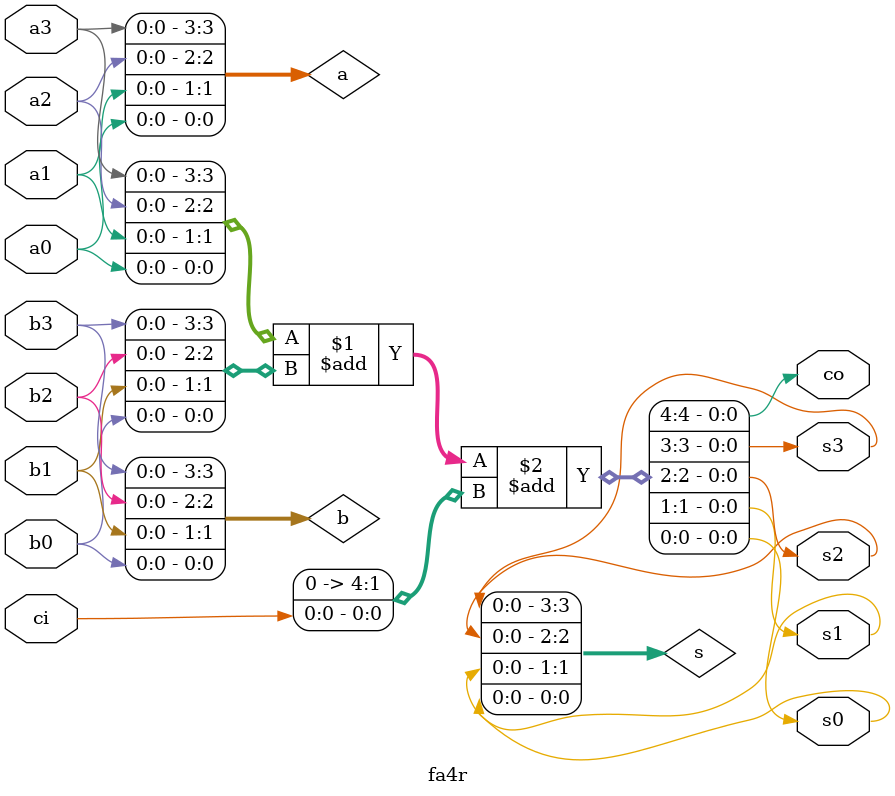
<source format=v>
`include "defs.v"

module fa4r
(
	output	s0,
	output	s1,
	output	s2,
	output	s3,
	output	co,
	input		ci,	
	input		a0,
	input		b0,
	input		a1,
	input		b1,
	input		a2,
	input		b2,
	input		a3,
	input		b3
);

wire [3:0] a;
wire [3:0] b;
wire [3:0] s;

assign a = {a3, a2, a1, a0};
assign b = {b3, b2, b1, b0};

assign s0 = s[0];
assign s1 = s[1];
assign s2 = s[2];
assign s3 = s[3];

assign {co, s} = a + b + {3'b000, ci};

endmodule

</source>
